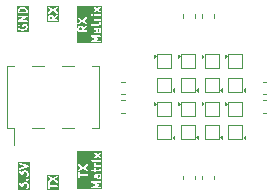
<source format=gbr>
%TF.GenerationSoftware,KiCad,Pcbnew,8.0.4*%
%TF.CreationDate,2024-08-13T13:30:06+02:00*%
%TF.ProjectId,TMP104_Development board,544d5031-3034-45f4-9465-76656c6f706d,rev?*%
%TF.SameCoordinates,Original*%
%TF.FileFunction,Legend,Top*%
%TF.FilePolarity,Positive*%
%FSLAX46Y46*%
G04 Gerber Fmt 4.6, Leading zero omitted, Abs format (unit mm)*
G04 Created by KiCad (PCBNEW 8.0.4) date 2024-08-13 13:30:06*
%MOMM*%
%LPD*%
G01*
G04 APERTURE LIST*
%ADD10C,0.150000*%
%ADD11C,0.100000*%
%ADD12C,0.120000*%
G04 APERTURE END LIST*
D10*
G36*
X123464311Y-111629003D02*
G01*
X122458755Y-111629003D01*
X122458755Y-111077666D01*
X122536533Y-111077666D01*
X122536533Y-111477666D01*
X122537974Y-111492298D01*
X122549173Y-111519334D01*
X122569865Y-111540026D01*
X122596901Y-111551225D01*
X122626165Y-111551225D01*
X122653201Y-111540026D01*
X122673893Y-111519334D01*
X122685092Y-111492298D01*
X122686533Y-111477666D01*
X122686533Y-111352666D01*
X123311533Y-111352666D01*
X123326165Y-111351225D01*
X123353201Y-111340026D01*
X123373893Y-111319334D01*
X123385092Y-111292298D01*
X123385092Y-111263034D01*
X123373893Y-111235998D01*
X123353201Y-111215306D01*
X123326165Y-111204107D01*
X123311533Y-111202666D01*
X122686533Y-111202666D01*
X122686533Y-111077666D01*
X122685092Y-111063034D01*
X122673893Y-111035998D01*
X122653201Y-111015306D01*
X122626165Y-111004107D01*
X122596901Y-111004107D01*
X122569865Y-111015306D01*
X122549173Y-111035998D01*
X122537974Y-111063034D01*
X122536533Y-111077666D01*
X122458755Y-111077666D01*
X122458755Y-110444412D01*
X122536533Y-110444412D01*
X122542272Y-110473106D01*
X122558555Y-110497421D01*
X122569930Y-110506737D01*
X122826324Y-110677666D01*
X122569930Y-110848596D01*
X122558555Y-110857912D01*
X122542272Y-110882227D01*
X122536533Y-110910921D01*
X122542212Y-110939629D01*
X122558445Y-110963978D01*
X122582760Y-110980261D01*
X122611454Y-110986000D01*
X122640162Y-110980321D01*
X122653136Y-110973404D01*
X122961533Y-110767805D01*
X123269930Y-110973403D01*
X123282904Y-110980321D01*
X123311611Y-110986000D01*
X123340306Y-110980261D01*
X123364621Y-110963978D01*
X123380854Y-110939628D01*
X123386533Y-110910921D01*
X123380794Y-110882226D01*
X123364510Y-110857911D01*
X123353135Y-110848596D01*
X123096741Y-110677666D01*
X123353135Y-110506737D01*
X123364510Y-110497422D01*
X123380794Y-110473107D01*
X123386533Y-110444412D01*
X123380854Y-110415705D01*
X123364621Y-110391355D01*
X123340306Y-110375072D01*
X123311611Y-110369333D01*
X123282904Y-110375012D01*
X123269930Y-110381930D01*
X122961533Y-110587527D01*
X122653136Y-110381929D01*
X122640162Y-110375012D01*
X122611454Y-110369333D01*
X122582760Y-110375072D01*
X122558445Y-110391355D01*
X122542212Y-110415704D01*
X122536533Y-110444412D01*
X122458755Y-110444412D01*
X122458755Y-110291555D01*
X123464311Y-110291555D01*
X123464311Y-111629003D01*
G37*
G36*
X122877104Y-96922638D02*
G01*
X122893226Y-96938759D01*
X122913200Y-96978706D01*
X122913200Y-97152667D01*
X122696533Y-97152667D01*
X122696533Y-96978705D01*
X122716505Y-96938761D01*
X122732627Y-96922639D01*
X122772571Y-96902667D01*
X122837161Y-96902667D01*
X122877104Y-96922638D01*
G37*
G36*
X123474311Y-97380445D02*
G01*
X122468755Y-97380445D01*
X122468755Y-96961000D01*
X122546533Y-96961000D01*
X122546533Y-97227667D01*
X122547974Y-97242299D01*
X122559173Y-97269335D01*
X122579865Y-97290027D01*
X122606901Y-97301226D01*
X122621533Y-97302667D01*
X123321533Y-97302667D01*
X123336165Y-97301226D01*
X123363201Y-97290027D01*
X123383893Y-97269335D01*
X123395092Y-97242299D01*
X123395092Y-97213035D01*
X123383893Y-97185999D01*
X123363201Y-97165307D01*
X123336165Y-97154108D01*
X123321533Y-97152667D01*
X123063200Y-97152667D01*
X123063200Y-97100049D01*
X123364543Y-96889109D01*
X123375704Y-96879538D01*
X123391430Y-96854859D01*
X123396516Y-96826042D01*
X123390186Y-96797471D01*
X123373404Y-96773497D01*
X123348726Y-96757770D01*
X123319908Y-96752685D01*
X123291337Y-96759014D01*
X123278524Y-96766224D01*
X123053443Y-96923780D01*
X123021948Y-96860792D01*
X123017984Y-96854495D01*
X123017227Y-96852667D01*
X123015536Y-96850607D01*
X123014115Y-96848349D01*
X123012617Y-96847050D01*
X123007900Y-96841302D01*
X122974567Y-96807968D01*
X122968815Y-96803247D01*
X122967517Y-96801750D01*
X122965261Y-96800330D01*
X122963202Y-96798640D01*
X122961371Y-96797881D01*
X122955074Y-96793918D01*
X122888407Y-96760585D01*
X122874675Y-96755330D01*
X122871987Y-96755139D01*
X122869498Y-96754108D01*
X122854866Y-96752667D01*
X122754866Y-96752667D01*
X122740234Y-96754108D01*
X122737744Y-96755139D01*
X122735057Y-96755330D01*
X122721325Y-96760585D01*
X122654659Y-96793918D01*
X122648359Y-96797882D01*
X122646532Y-96798640D01*
X122644475Y-96800328D01*
X122642216Y-96801750D01*
X122640916Y-96803248D01*
X122635167Y-96807967D01*
X122601833Y-96841301D01*
X122597112Y-96847053D01*
X122595617Y-96848350D01*
X122594197Y-96850604D01*
X122592506Y-96852666D01*
X122591747Y-96854496D01*
X122587784Y-96860793D01*
X122554451Y-96927459D01*
X122549196Y-96941191D01*
X122549005Y-96943878D01*
X122547974Y-96946368D01*
X122546533Y-96961000D01*
X122468755Y-96961000D01*
X122468755Y-96127746D01*
X122546533Y-96127746D01*
X122552272Y-96156440D01*
X122568555Y-96180755D01*
X122579930Y-96190071D01*
X122836324Y-96361000D01*
X122579930Y-96531930D01*
X122568555Y-96541246D01*
X122552272Y-96565561D01*
X122546533Y-96594255D01*
X122552212Y-96622963D01*
X122568445Y-96647312D01*
X122592760Y-96663595D01*
X122621454Y-96669334D01*
X122650162Y-96663655D01*
X122663136Y-96656738D01*
X122971533Y-96451139D01*
X123279930Y-96656737D01*
X123292904Y-96663655D01*
X123321611Y-96669334D01*
X123350306Y-96663595D01*
X123374621Y-96647312D01*
X123390854Y-96622962D01*
X123396533Y-96594255D01*
X123390794Y-96565560D01*
X123374510Y-96541245D01*
X123363135Y-96531930D01*
X123106741Y-96361000D01*
X123363135Y-96190071D01*
X123374510Y-96180756D01*
X123390794Y-96156441D01*
X123396533Y-96127746D01*
X123390854Y-96099039D01*
X123374621Y-96074689D01*
X123350306Y-96058406D01*
X123321611Y-96052667D01*
X123292904Y-96058346D01*
X123279930Y-96065264D01*
X122971533Y-96270861D01*
X122663136Y-96065263D01*
X122650162Y-96058346D01*
X122621454Y-96052667D01*
X122592760Y-96058406D01*
X122568445Y-96074689D01*
X122552212Y-96099038D01*
X122546533Y-96127746D01*
X122468755Y-96127746D01*
X122468755Y-95974889D01*
X123474311Y-95974889D01*
X123474311Y-97380445D01*
G37*
G36*
X120984311Y-111595670D02*
G01*
X119978755Y-111595670D01*
X119978755Y-111010999D01*
X120056533Y-111010999D01*
X120056533Y-111444333D01*
X120057974Y-111458965D01*
X120069173Y-111486001D01*
X120089865Y-111506693D01*
X120116901Y-111517892D01*
X120146165Y-111517892D01*
X120173201Y-111506693D01*
X120193893Y-111486001D01*
X120205092Y-111458965D01*
X120206533Y-111444333D01*
X120206533Y-111176281D01*
X120348812Y-111300776D01*
X120355136Y-111305297D01*
X120356532Y-111306693D01*
X120357855Y-111307241D01*
X120360773Y-111309327D01*
X120372310Y-111313228D01*
X120383568Y-111317892D01*
X120386099Y-111317892D01*
X120388494Y-111318702D01*
X120400647Y-111317892D01*
X120412832Y-111317892D01*
X120415168Y-111316924D01*
X120417692Y-111316756D01*
X120428617Y-111311353D01*
X120439868Y-111306693D01*
X120441654Y-111304906D01*
X120443924Y-111303784D01*
X120451949Y-111294611D01*
X120460560Y-111286001D01*
X120461528Y-111283664D01*
X120463194Y-111281760D01*
X120467095Y-111270222D01*
X120471759Y-111258965D01*
X120472110Y-111255394D01*
X120472569Y-111254039D01*
X120472437Y-111252071D01*
X120473200Y-111244333D01*
X120473200Y-111162037D01*
X120493171Y-111122093D01*
X120509293Y-111105971D01*
X120549238Y-111085999D01*
X120680494Y-111085999D01*
X120720440Y-111105972D01*
X120736561Y-111122093D01*
X120756533Y-111162037D01*
X120756533Y-111326628D01*
X120736561Y-111366572D01*
X120711833Y-111391300D01*
X120702506Y-111402665D01*
X120691307Y-111429702D01*
X120691307Y-111458964D01*
X120702506Y-111486001D01*
X120723198Y-111506693D01*
X120750235Y-111517892D01*
X120779497Y-111517892D01*
X120806534Y-111506693D01*
X120817899Y-111497366D01*
X120851233Y-111464032D01*
X120855951Y-111458282D01*
X120857450Y-111456983D01*
X120858871Y-111454723D01*
X120860560Y-111452667D01*
X120861317Y-111450839D01*
X120865282Y-111444540D01*
X120898615Y-111377874D01*
X120903870Y-111364142D01*
X120904060Y-111361454D01*
X120905092Y-111358965D01*
X120906533Y-111344333D01*
X120906533Y-111144333D01*
X120905092Y-111129701D01*
X120904060Y-111127211D01*
X120903870Y-111124524D01*
X120898615Y-111110793D01*
X120865282Y-111044125D01*
X120861317Y-111037827D01*
X120860560Y-111035998D01*
X120858869Y-111033938D01*
X120857450Y-111031683D01*
X120855953Y-111030385D01*
X120851232Y-111024632D01*
X120817898Y-110991299D01*
X120812146Y-110986578D01*
X120810850Y-110985084D01*
X120808595Y-110983664D01*
X120806533Y-110981972D01*
X120804702Y-110981214D01*
X120798408Y-110977251D01*
X120731742Y-110943917D01*
X120718010Y-110938662D01*
X120715320Y-110938470D01*
X120712832Y-110937440D01*
X120698200Y-110935999D01*
X120531533Y-110935999D01*
X120516901Y-110937440D01*
X120514412Y-110938470D01*
X120511723Y-110938662D01*
X120497991Y-110943917D01*
X120431325Y-110977251D01*
X120425028Y-110981214D01*
X120423198Y-110981973D01*
X120421136Y-110983664D01*
X120418882Y-110985084D01*
X120417585Y-110986579D01*
X120411833Y-110991300D01*
X120378500Y-111024633D01*
X120373781Y-111030382D01*
X120372283Y-111031682D01*
X120370861Y-111033941D01*
X120369173Y-111035998D01*
X120368415Y-111037825D01*
X120364451Y-111044125D01*
X120339748Y-111093530D01*
X120180921Y-110954556D01*
X120174596Y-110950034D01*
X120173201Y-110948639D01*
X120171877Y-110948090D01*
X120168960Y-110946005D01*
X120157422Y-110942103D01*
X120146165Y-110937440D01*
X120143634Y-110937440D01*
X120141239Y-110936630D01*
X120129086Y-110937440D01*
X120116901Y-110937440D01*
X120114564Y-110938407D01*
X120112041Y-110938576D01*
X120101115Y-110943978D01*
X120089865Y-110948639D01*
X120088078Y-110950425D01*
X120085809Y-110951548D01*
X120077783Y-110960720D01*
X120069173Y-110969331D01*
X120068204Y-110971667D01*
X120066539Y-110973572D01*
X120062637Y-110985109D01*
X120057974Y-110996367D01*
X120057622Y-110999937D01*
X120057164Y-111001293D01*
X120057295Y-111003260D01*
X120056533Y-111010999D01*
X119978755Y-111010999D01*
X119978755Y-110696367D01*
X120691307Y-110696367D01*
X120691307Y-110696368D01*
X120691307Y-110696369D01*
X120691307Y-110725632D01*
X120702506Y-110752668D01*
X120711834Y-110764033D01*
X120745168Y-110797366D01*
X120756533Y-110806693D01*
X120772371Y-110813252D01*
X120783569Y-110817891D01*
X120783570Y-110817891D01*
X120812833Y-110817891D01*
X120839869Y-110806692D01*
X120839873Y-110806687D01*
X120851233Y-110797365D01*
X120884566Y-110764032D01*
X120893893Y-110752667D01*
X120902992Y-110730700D01*
X120905092Y-110725631D01*
X120905092Y-110696367D01*
X120893893Y-110669331D01*
X120893892Y-110669330D01*
X120884566Y-110657966D01*
X120851233Y-110624633D01*
X120839873Y-110615310D01*
X120839869Y-110615306D01*
X120812833Y-110604107D01*
X120812831Y-110604107D01*
X120783569Y-110604107D01*
X120772371Y-110608745D01*
X120756533Y-110615305D01*
X120745168Y-110624632D01*
X120711834Y-110657965D01*
X120702506Y-110669330D01*
X120692993Y-110692297D01*
X120691307Y-110696367D01*
X119978755Y-110696367D01*
X119978755Y-110010999D01*
X120056533Y-110010999D01*
X120056533Y-110444333D01*
X120057974Y-110458965D01*
X120069173Y-110486001D01*
X120089865Y-110506693D01*
X120116901Y-110517892D01*
X120146165Y-110517892D01*
X120173201Y-110506693D01*
X120193893Y-110486001D01*
X120205092Y-110458965D01*
X120206533Y-110444333D01*
X120206533Y-110176281D01*
X120348812Y-110300776D01*
X120355136Y-110305297D01*
X120356532Y-110306693D01*
X120357855Y-110307241D01*
X120360773Y-110309327D01*
X120372310Y-110313228D01*
X120383568Y-110317892D01*
X120386099Y-110317892D01*
X120388494Y-110318702D01*
X120400647Y-110317892D01*
X120412832Y-110317892D01*
X120415168Y-110316924D01*
X120417692Y-110316756D01*
X120428617Y-110311353D01*
X120439868Y-110306693D01*
X120441654Y-110304906D01*
X120443924Y-110303784D01*
X120451949Y-110294611D01*
X120460560Y-110286001D01*
X120461528Y-110283664D01*
X120463194Y-110281760D01*
X120467095Y-110270222D01*
X120471759Y-110258965D01*
X120472110Y-110255394D01*
X120472569Y-110254039D01*
X120472437Y-110252071D01*
X120473200Y-110244333D01*
X120473200Y-110162037D01*
X120493171Y-110122093D01*
X120509293Y-110105971D01*
X120549238Y-110085999D01*
X120680494Y-110085999D01*
X120720440Y-110105972D01*
X120736561Y-110122093D01*
X120756533Y-110162037D01*
X120756533Y-110326628D01*
X120736561Y-110366572D01*
X120711833Y-110391300D01*
X120702506Y-110402665D01*
X120691307Y-110429702D01*
X120691307Y-110458964D01*
X120702506Y-110486001D01*
X120723198Y-110506693D01*
X120750235Y-110517892D01*
X120779497Y-110517892D01*
X120806534Y-110506693D01*
X120817899Y-110497366D01*
X120851233Y-110464032D01*
X120855951Y-110458282D01*
X120857450Y-110456983D01*
X120858871Y-110454723D01*
X120860560Y-110452667D01*
X120861317Y-110450839D01*
X120865282Y-110444540D01*
X120898615Y-110377874D01*
X120903870Y-110364142D01*
X120904060Y-110361454D01*
X120905092Y-110358965D01*
X120906533Y-110344333D01*
X120906533Y-110144333D01*
X120905092Y-110129701D01*
X120904060Y-110127211D01*
X120903870Y-110124524D01*
X120898615Y-110110793D01*
X120865282Y-110044125D01*
X120861317Y-110037827D01*
X120860560Y-110035998D01*
X120858869Y-110033938D01*
X120857450Y-110031683D01*
X120855953Y-110030385D01*
X120851232Y-110024632D01*
X120817898Y-109991299D01*
X120812146Y-109986578D01*
X120810850Y-109985084D01*
X120808595Y-109983664D01*
X120806533Y-109981972D01*
X120804702Y-109981214D01*
X120798408Y-109977251D01*
X120731742Y-109943917D01*
X120718010Y-109938662D01*
X120715320Y-109938470D01*
X120712832Y-109937440D01*
X120698200Y-109935999D01*
X120531533Y-109935999D01*
X120516901Y-109937440D01*
X120514412Y-109938470D01*
X120511723Y-109938662D01*
X120497991Y-109943917D01*
X120431325Y-109977251D01*
X120425028Y-109981214D01*
X120423198Y-109981973D01*
X120421136Y-109983664D01*
X120418882Y-109985084D01*
X120417585Y-109986579D01*
X120411833Y-109991300D01*
X120378500Y-110024633D01*
X120373781Y-110030382D01*
X120372283Y-110031682D01*
X120370861Y-110033941D01*
X120369173Y-110035998D01*
X120368415Y-110037825D01*
X120364451Y-110044125D01*
X120339748Y-110093530D01*
X120180921Y-109954556D01*
X120174596Y-109950034D01*
X120173201Y-109948639D01*
X120171877Y-109948090D01*
X120168960Y-109946005D01*
X120157422Y-109942103D01*
X120146165Y-109937440D01*
X120143634Y-109937440D01*
X120141239Y-109936630D01*
X120129086Y-109937440D01*
X120116901Y-109937440D01*
X120114564Y-109938407D01*
X120112041Y-109938576D01*
X120101115Y-109943978D01*
X120089865Y-109948639D01*
X120088078Y-109950425D01*
X120085809Y-109951548D01*
X120077783Y-109960720D01*
X120069173Y-109969331D01*
X120068204Y-109971667D01*
X120066539Y-109973572D01*
X120062637Y-109985109D01*
X120057974Y-109996367D01*
X120057622Y-109999937D01*
X120057164Y-110001293D01*
X120057295Y-110003260D01*
X120056533Y-110010999D01*
X119978755Y-110010999D01*
X119978755Y-109334952D01*
X120057122Y-109334952D01*
X120059197Y-109364142D01*
X120072283Y-109390315D01*
X120094390Y-109409489D01*
X120107816Y-109415483D01*
X120594363Y-109577665D01*
X120107816Y-109739848D01*
X120094390Y-109745842D01*
X120072283Y-109765016D01*
X120059197Y-109791189D01*
X120057122Y-109820379D01*
X120066376Y-109848142D01*
X120085550Y-109870249D01*
X120111723Y-109883335D01*
X120140913Y-109885410D01*
X120155250Y-109882150D01*
X120855250Y-109648817D01*
X120868676Y-109642823D01*
X120872724Y-109639311D01*
X120877516Y-109636916D01*
X120883678Y-109629811D01*
X120890783Y-109623649D01*
X120893179Y-109618856D01*
X120896690Y-109614809D01*
X120899663Y-109605889D01*
X120903870Y-109597476D01*
X120904250Y-109592127D01*
X120905944Y-109587046D01*
X120905277Y-109577673D01*
X120905945Y-109568286D01*
X120904248Y-109563197D01*
X120903869Y-109557856D01*
X120899665Y-109549448D01*
X120896690Y-109540523D01*
X120893178Y-109536474D01*
X120890783Y-109531683D01*
X120883680Y-109525523D01*
X120877517Y-109518416D01*
X120872722Y-109516018D01*
X120868676Y-109512509D01*
X120855250Y-109506515D01*
X120155250Y-109273181D01*
X120140913Y-109269921D01*
X120111723Y-109271996D01*
X120085550Y-109285082D01*
X120066376Y-109307189D01*
X120057122Y-109334952D01*
X119978755Y-109334952D01*
X119978755Y-109192143D01*
X120984311Y-109192143D01*
X120984311Y-111595670D01*
G37*
G36*
X120558689Y-96265097D02*
G01*
X120607106Y-96289306D01*
X120652648Y-96334847D01*
X120676533Y-96406502D01*
X120676533Y-96486000D01*
X120126533Y-96486000D01*
X120126533Y-96406502D01*
X120150417Y-96334847D01*
X120195959Y-96289305D01*
X120244376Y-96265097D01*
X120360767Y-96236000D01*
X120442299Y-96236000D01*
X120558689Y-96265097D01*
G37*
G36*
X120904311Y-98180444D02*
G01*
X119898755Y-98180444D01*
X119898755Y-97694333D01*
X119976533Y-97694333D01*
X119976533Y-97794333D01*
X119977262Y-97801738D01*
X119977122Y-97803713D01*
X119977712Y-97806310D01*
X119977974Y-97808965D01*
X119978732Y-97810796D01*
X119980382Y-97818050D01*
X120013715Y-97918050D01*
X120019709Y-97931475D01*
X120021474Y-97933510D01*
X120022506Y-97936001D01*
X120031833Y-97947366D01*
X120098500Y-98014033D01*
X120104252Y-98018753D01*
X120105550Y-98020250D01*
X120107805Y-98021669D01*
X120109865Y-98023360D01*
X120111694Y-98024117D01*
X120117992Y-98028082D01*
X120184660Y-98061415D01*
X120185727Y-98061823D01*
X120186164Y-98062147D01*
X120192315Y-98064345D01*
X120198391Y-98066670D01*
X120198930Y-98066708D01*
X120200010Y-98067094D01*
X120333343Y-98100427D01*
X120335879Y-98100802D01*
X120336901Y-98101225D01*
X120342413Y-98101767D01*
X120347887Y-98102577D01*
X120348979Y-98102414D01*
X120351533Y-98102666D01*
X120451533Y-98102666D01*
X120454086Y-98102414D01*
X120455178Y-98102577D01*
X120460650Y-98101768D01*
X120466165Y-98101225D01*
X120467186Y-98100801D01*
X120469723Y-98100427D01*
X120603056Y-98067094D01*
X120604135Y-98066708D01*
X120604675Y-98066670D01*
X120610764Y-98064339D01*
X120616901Y-98062147D01*
X120617335Y-98061825D01*
X120618407Y-98061415D01*
X120685074Y-98028082D01*
X120691373Y-98024117D01*
X120693201Y-98023360D01*
X120695257Y-98021671D01*
X120697517Y-98020250D01*
X120698816Y-98018751D01*
X120704566Y-98014033D01*
X120771233Y-97947366D01*
X120780560Y-97936001D01*
X120781591Y-97933510D01*
X120783357Y-97931475D01*
X120789351Y-97918050D01*
X120822684Y-97818050D01*
X120824333Y-97810796D01*
X120825092Y-97808965D01*
X120825353Y-97806310D01*
X120825944Y-97803713D01*
X120825803Y-97801738D01*
X120826533Y-97794333D01*
X120826533Y-97727666D01*
X120825803Y-97720260D01*
X120825944Y-97718286D01*
X120825353Y-97715688D01*
X120825092Y-97713034D01*
X120824333Y-97711202D01*
X120822684Y-97703949D01*
X120789351Y-97603949D01*
X120783357Y-97590524D01*
X120781591Y-97588488D01*
X120780560Y-97585998D01*
X120771232Y-97574632D01*
X120737898Y-97541299D01*
X120726533Y-97531972D01*
X120715334Y-97527333D01*
X120699498Y-97520774D01*
X120684866Y-97519333D01*
X120451533Y-97519333D01*
X120436901Y-97520774D01*
X120409865Y-97531973D01*
X120389173Y-97552665D01*
X120377974Y-97579701D01*
X120376533Y-97594333D01*
X120376533Y-97727666D01*
X120377974Y-97742298D01*
X120389173Y-97769334D01*
X120409865Y-97790026D01*
X120436901Y-97801225D01*
X120466165Y-97801225D01*
X120493201Y-97790026D01*
X120513893Y-97769334D01*
X120525092Y-97742298D01*
X120526533Y-97727666D01*
X120526533Y-97669333D01*
X120653032Y-97669333D01*
X120676533Y-97739835D01*
X120676533Y-97782163D01*
X120652647Y-97853819D01*
X120607105Y-97899361D01*
X120558690Y-97923568D01*
X120442299Y-97952666D01*
X120360767Y-97952666D01*
X120244375Y-97923568D01*
X120195959Y-97899360D01*
X120150418Y-97853819D01*
X120126533Y-97782163D01*
X120126533Y-97712037D01*
X120151948Y-97661206D01*
X120157203Y-97647475D01*
X120159277Y-97618285D01*
X120150023Y-97590523D01*
X120130850Y-97568416D01*
X120104675Y-97555329D01*
X120075485Y-97553255D01*
X120047724Y-97562509D01*
X120025616Y-97581682D01*
X120017784Y-97594125D01*
X119984451Y-97660792D01*
X119979196Y-97674524D01*
X119979005Y-97677211D01*
X119977974Y-97679701D01*
X119976533Y-97694333D01*
X119898755Y-97694333D01*
X119898755Y-97289094D01*
X119976716Y-97289094D01*
X119977974Y-97298990D01*
X119977974Y-97308965D01*
X119979803Y-97313380D01*
X119980406Y-97318124D01*
X119985356Y-97326788D01*
X119989173Y-97336001D01*
X119992551Y-97339379D01*
X119994925Y-97343533D01*
X120002814Y-97349642D01*
X120009865Y-97356693D01*
X120014281Y-97358522D01*
X120018062Y-97361450D01*
X120027685Y-97364074D01*
X120036901Y-97367892D01*
X120044383Y-97368628D01*
X120046294Y-97369150D01*
X120047769Y-97368962D01*
X120051533Y-97369333D01*
X120751533Y-97369333D01*
X120766165Y-97367892D01*
X120793201Y-97356693D01*
X120813893Y-97336001D01*
X120825092Y-97308965D01*
X120825092Y-97279701D01*
X120813893Y-97252665D01*
X120793201Y-97231973D01*
X120766165Y-97220774D01*
X120751533Y-97219333D01*
X120333950Y-97219333D01*
X120788744Y-96959451D01*
X120791827Y-96957261D01*
X120793201Y-96956693D01*
X120794600Y-96955293D01*
X120800733Y-96950940D01*
X120806839Y-96943054D01*
X120813893Y-96936001D01*
X120815723Y-96931582D01*
X120818650Y-96927803D01*
X120821274Y-96918181D01*
X120825092Y-96908965D01*
X120825092Y-96904184D01*
X120826350Y-96899572D01*
X120825092Y-96889675D01*
X120825092Y-96879701D01*
X120823262Y-96875285D01*
X120822660Y-96870542D01*
X120817709Y-96861877D01*
X120813893Y-96852665D01*
X120810514Y-96849286D01*
X120808141Y-96845133D01*
X120800251Y-96839023D01*
X120793201Y-96831973D01*
X120788784Y-96830143D01*
X120785004Y-96827216D01*
X120775380Y-96824591D01*
X120766165Y-96820774D01*
X120758682Y-96820037D01*
X120756772Y-96819516D01*
X120755296Y-96819703D01*
X120751533Y-96819333D01*
X120051533Y-96819333D01*
X120036901Y-96820774D01*
X120009865Y-96831973D01*
X119989173Y-96852665D01*
X119977974Y-96879701D01*
X119977974Y-96908965D01*
X119989173Y-96936001D01*
X120009865Y-96956693D01*
X120036901Y-96967892D01*
X120051533Y-96969333D01*
X120469117Y-96969333D01*
X120014323Y-97229215D01*
X120011239Y-97231403D01*
X120009865Y-97231973D01*
X120008465Y-97233372D01*
X120002333Y-97237725D01*
X119996223Y-97245614D01*
X119989173Y-97252665D01*
X119987343Y-97257081D01*
X119984416Y-97260862D01*
X119981791Y-97270485D01*
X119977974Y-97279701D01*
X119977974Y-97284481D01*
X119976716Y-97289094D01*
X119898755Y-97289094D01*
X119898755Y-96394333D01*
X119976533Y-96394333D01*
X119976533Y-96561000D01*
X119977974Y-96575632D01*
X119989173Y-96602668D01*
X120009865Y-96623360D01*
X120036901Y-96634559D01*
X120051533Y-96636000D01*
X120751533Y-96636000D01*
X120766165Y-96634559D01*
X120793201Y-96623360D01*
X120813893Y-96602668D01*
X120825092Y-96575632D01*
X120826533Y-96561000D01*
X120826533Y-96394333D01*
X120825803Y-96386927D01*
X120825944Y-96384953D01*
X120825353Y-96382355D01*
X120825092Y-96379701D01*
X120824333Y-96377869D01*
X120822684Y-96370616D01*
X120789351Y-96270616D01*
X120783357Y-96257191D01*
X120781591Y-96255155D01*
X120780560Y-96252665D01*
X120771233Y-96241300D01*
X120704566Y-96174634D01*
X120698813Y-96169913D01*
X120697517Y-96168418D01*
X120695262Y-96166999D01*
X120693200Y-96165306D01*
X120691368Y-96164547D01*
X120685074Y-96160585D01*
X120618407Y-96127251D01*
X120617335Y-96126840D01*
X120616901Y-96126519D01*
X120610772Y-96124329D01*
X120604676Y-96121996D01*
X120604135Y-96121957D01*
X120603056Y-96121572D01*
X120469723Y-96088239D01*
X120467186Y-96087864D01*
X120466165Y-96087441D01*
X120460650Y-96086897D01*
X120455178Y-96086089D01*
X120454086Y-96086251D01*
X120451533Y-96086000D01*
X120351533Y-96086000D01*
X120348979Y-96086251D01*
X120347887Y-96086089D01*
X120342413Y-96086898D01*
X120336901Y-96087441D01*
X120335879Y-96087863D01*
X120333343Y-96088239D01*
X120200010Y-96121572D01*
X120198930Y-96121957D01*
X120198390Y-96121996D01*
X120192294Y-96124328D01*
X120186164Y-96126519D01*
X120185729Y-96126840D01*
X120184658Y-96127251D01*
X120117992Y-96160585D01*
X120111697Y-96164547D01*
X120109866Y-96165306D01*
X120107802Y-96166999D01*
X120105549Y-96168418D01*
X120104252Y-96169912D01*
X120098501Y-96174633D01*
X120031833Y-96241300D01*
X120022506Y-96252665D01*
X120021474Y-96255155D01*
X120019709Y-96257191D01*
X120013715Y-96270616D01*
X119980382Y-96370616D01*
X119978732Y-96377869D01*
X119977974Y-96379701D01*
X119977712Y-96382355D01*
X119977122Y-96384953D01*
X119977262Y-96386927D01*
X119976533Y-96394333D01*
X119898755Y-96394333D01*
X119898755Y-96008222D01*
X120904311Y-96008222D01*
X120904311Y-98180444D01*
G37*
G36*
X126916533Y-110362037D02*
G01*
X126916533Y-110493294D01*
X126902298Y-110521764D01*
X126873828Y-110535999D01*
X126842571Y-110535999D01*
X126814101Y-110521764D01*
X126799866Y-110493293D01*
X126799866Y-110352666D01*
X126911847Y-110352666D01*
X126916533Y-110362037D01*
G37*
G36*
X127144311Y-111530444D02*
G01*
X125011795Y-111530444D01*
X125011795Y-110922387D01*
X126217403Y-110922387D01*
X126217974Y-110923957D01*
X126217974Y-110925631D01*
X126222955Y-110937657D01*
X126227403Y-110949888D01*
X126228532Y-110951121D01*
X126229173Y-110952667D01*
X126238378Y-110961872D01*
X126247167Y-110971469D01*
X126249149Y-110972643D01*
X126249865Y-110973359D01*
X126251501Y-110974037D01*
X126259817Y-110978963D01*
X126614179Y-111144333D01*
X126259817Y-111309702D01*
X126251501Y-111314627D01*
X126249865Y-111315306D01*
X126249149Y-111316021D01*
X126247167Y-111317196D01*
X126238378Y-111326792D01*
X126229173Y-111335998D01*
X126228532Y-111337543D01*
X126227403Y-111338777D01*
X126222955Y-111351007D01*
X126217974Y-111363034D01*
X126217974Y-111364707D01*
X126217403Y-111366278D01*
X126217974Y-111379279D01*
X126217974Y-111392298D01*
X126218613Y-111393842D01*
X126218687Y-111395514D01*
X126224193Y-111407312D01*
X126229173Y-111419334D01*
X126230355Y-111420516D01*
X126231063Y-111422032D01*
X126240659Y-111430820D01*
X126249865Y-111440026D01*
X126251410Y-111440666D01*
X126252644Y-111441796D01*
X126264874Y-111446243D01*
X126276901Y-111451225D01*
X126279196Y-111451451D01*
X126280145Y-111451796D01*
X126281911Y-111451718D01*
X126291533Y-111452666D01*
X126991533Y-111452666D01*
X127006165Y-111451225D01*
X127033201Y-111440026D01*
X127053893Y-111419334D01*
X127065092Y-111392298D01*
X127065092Y-111363034D01*
X127053893Y-111335998D01*
X127033201Y-111315306D01*
X127006165Y-111304107D01*
X126991533Y-111302666D01*
X126629601Y-111302666D01*
X126823250Y-111212297D01*
X126828609Y-111209122D01*
X126830422Y-111208463D01*
X126831704Y-111207288D01*
X126835900Y-111204803D01*
X126843600Y-111196393D01*
X126852003Y-111188699D01*
X126853411Y-111185680D01*
X126855663Y-111183222D01*
X126859560Y-111172503D01*
X126864378Y-111162181D01*
X126864524Y-111158855D01*
X126865664Y-111155721D01*
X126865162Y-111144321D01*
X126865663Y-111132945D01*
X126864525Y-111129816D01*
X126864379Y-111126485D01*
X126859555Y-111116149D01*
X126855663Y-111105444D01*
X126853413Y-111102988D01*
X126852004Y-111099967D01*
X126843593Y-111092265D01*
X126835899Y-111083863D01*
X126831706Y-111081379D01*
X126830422Y-111080203D01*
X126828606Y-111079542D01*
X126823249Y-111076369D01*
X126629600Y-110985999D01*
X126991533Y-110985999D01*
X127006165Y-110984558D01*
X127033201Y-110973359D01*
X127053893Y-110952667D01*
X127065092Y-110925631D01*
X127065092Y-110896367D01*
X127053893Y-110869331D01*
X127033201Y-110848639D01*
X127006165Y-110837440D01*
X126991533Y-110835999D01*
X126291533Y-110835999D01*
X126281911Y-110836946D01*
X126280145Y-110836869D01*
X126279196Y-110837213D01*
X126276901Y-110837440D01*
X126264874Y-110842421D01*
X126252644Y-110846869D01*
X126251410Y-110847998D01*
X126249865Y-110848639D01*
X126240659Y-110857844D01*
X126231063Y-110866633D01*
X126230355Y-110868148D01*
X126229173Y-110869331D01*
X126224193Y-110881352D01*
X126218687Y-110893151D01*
X126218613Y-110894822D01*
X126217974Y-110896367D01*
X126217974Y-110909385D01*
X126217403Y-110922387D01*
X125011795Y-110922387D01*
X125011795Y-110094333D01*
X125089573Y-110094333D01*
X125089573Y-110494333D01*
X125091014Y-110508965D01*
X125102213Y-110536001D01*
X125122905Y-110556693D01*
X125149941Y-110567892D01*
X125179205Y-110567892D01*
X125206241Y-110556693D01*
X125226933Y-110536001D01*
X125238132Y-110508965D01*
X125239573Y-110494333D01*
X125239573Y-110377666D01*
X126449866Y-110377666D01*
X126449866Y-110510999D01*
X126451307Y-110525631D01*
X126452337Y-110528119D01*
X126452529Y-110530809D01*
X126457784Y-110544540D01*
X126491118Y-110611207D01*
X126498951Y-110623650D01*
X126521058Y-110642823D01*
X126548820Y-110652077D01*
X126578010Y-110650003D01*
X126604184Y-110636915D01*
X126623357Y-110614807D01*
X126632611Y-110587046D01*
X126630537Y-110557856D01*
X126625282Y-110544124D01*
X126599866Y-110493293D01*
X126599866Y-110395371D01*
X126614101Y-110366900D01*
X126642571Y-110352666D01*
X126645180Y-110352666D01*
X126649866Y-110362037D01*
X126649866Y-110510999D01*
X126651307Y-110525631D01*
X126652337Y-110528119D01*
X126652529Y-110530809D01*
X126657784Y-110544540D01*
X126691118Y-110611207D01*
X126692658Y-110613653D01*
X126693043Y-110614808D01*
X126694290Y-110616246D01*
X126698951Y-110623650D01*
X126706052Y-110629809D01*
X126712216Y-110636916D01*
X126719621Y-110641577D01*
X126721058Y-110642823D01*
X126722211Y-110643207D01*
X126724659Y-110644748D01*
X126791325Y-110678081D01*
X126805057Y-110683336D01*
X126807744Y-110683526D01*
X126810234Y-110684558D01*
X126824866Y-110685999D01*
X126891533Y-110685999D01*
X126906165Y-110684558D01*
X126908654Y-110683526D01*
X126911342Y-110683336D01*
X126925074Y-110678081D01*
X126991741Y-110644748D01*
X126994188Y-110643207D01*
X126995342Y-110642823D01*
X126996778Y-110641577D01*
X127004184Y-110636916D01*
X127010347Y-110629808D01*
X127017450Y-110623649D01*
X127022110Y-110616245D01*
X127023357Y-110614808D01*
X127023741Y-110613653D01*
X127025282Y-110611207D01*
X127058615Y-110544539D01*
X127063870Y-110530808D01*
X127064060Y-110528120D01*
X127065092Y-110525631D01*
X127066533Y-110510999D01*
X127066533Y-110344333D01*
X127065092Y-110329701D01*
X127064060Y-110327211D01*
X127063870Y-110324524D01*
X127058615Y-110310793D01*
X127057967Y-110309497D01*
X127065092Y-110292298D01*
X127065092Y-110263034D01*
X127053893Y-110235998D01*
X127033201Y-110215306D01*
X127006165Y-110204107D01*
X126991533Y-110202666D01*
X126624866Y-110202666D01*
X126610234Y-110204107D01*
X126607744Y-110205138D01*
X126605057Y-110205329D01*
X126591325Y-110210584D01*
X126524659Y-110243917D01*
X126522211Y-110245457D01*
X126521058Y-110245842D01*
X126519621Y-110247087D01*
X126512216Y-110251749D01*
X126506052Y-110258855D01*
X126498951Y-110265015D01*
X126494290Y-110272418D01*
X126493043Y-110273857D01*
X126492658Y-110275011D01*
X126491118Y-110277458D01*
X126457784Y-110344125D01*
X126452529Y-110357856D01*
X126452337Y-110360545D01*
X126451307Y-110363034D01*
X126449866Y-110377666D01*
X125239573Y-110377666D01*
X125239573Y-110369333D01*
X125864573Y-110369333D01*
X125879205Y-110367892D01*
X125906241Y-110356693D01*
X125926933Y-110336001D01*
X125938132Y-110308965D01*
X125938132Y-110279701D01*
X125926933Y-110252665D01*
X125906241Y-110231973D01*
X125879205Y-110220774D01*
X125864573Y-110219333D01*
X125239573Y-110219333D01*
X125239573Y-110094333D01*
X125238132Y-110079701D01*
X125226933Y-110052665D01*
X125206241Y-110031973D01*
X125179205Y-110020774D01*
X125149941Y-110020774D01*
X125122905Y-110031973D01*
X125102213Y-110052665D01*
X125091014Y-110079701D01*
X125089573Y-110094333D01*
X125011795Y-110094333D01*
X125011795Y-109461079D01*
X125089573Y-109461079D01*
X125095312Y-109489773D01*
X125111595Y-109514088D01*
X125122970Y-109523404D01*
X125379364Y-109694333D01*
X125122970Y-109865263D01*
X125111595Y-109874579D01*
X125095312Y-109898894D01*
X125089573Y-109927588D01*
X125095252Y-109956296D01*
X125111485Y-109980645D01*
X125135800Y-109996928D01*
X125164494Y-110002667D01*
X125193202Y-109996988D01*
X125206176Y-109990071D01*
X125514573Y-109784472D01*
X125822970Y-109990070D01*
X125835944Y-109996988D01*
X125864651Y-110002667D01*
X125893346Y-109996928D01*
X125917661Y-109980645D01*
X125933894Y-109956295D01*
X125939155Y-109929701D01*
X126217974Y-109929701D01*
X126217974Y-109958965D01*
X126229173Y-109986001D01*
X126249865Y-110006693D01*
X126276901Y-110017892D01*
X126291533Y-110019333D01*
X126449866Y-110019333D01*
X126449866Y-110044333D01*
X126451307Y-110058965D01*
X126462506Y-110086001D01*
X126483198Y-110106693D01*
X126510234Y-110117892D01*
X126539498Y-110117892D01*
X126566534Y-110106693D01*
X126587226Y-110086001D01*
X126598425Y-110058965D01*
X126599866Y-110044333D01*
X126599866Y-110019333D01*
X126891533Y-110019333D01*
X126906165Y-110017892D01*
X126908654Y-110016860D01*
X126911342Y-110016670D01*
X126925074Y-110011415D01*
X126991741Y-109978082D01*
X126994188Y-109976541D01*
X126995342Y-109976157D01*
X126996778Y-109974911D01*
X127004184Y-109970250D01*
X127010347Y-109963142D01*
X127017450Y-109956983D01*
X127022110Y-109949579D01*
X127023357Y-109948142D01*
X127023741Y-109946987D01*
X127025282Y-109944541D01*
X127058615Y-109877873D01*
X127063870Y-109864142D01*
X127064060Y-109861454D01*
X127065092Y-109858965D01*
X127066533Y-109844333D01*
X127066533Y-109777666D01*
X127065092Y-109763034D01*
X127053893Y-109735998D01*
X127033201Y-109715306D01*
X127006165Y-109704107D01*
X126976901Y-109704107D01*
X126949865Y-109715306D01*
X126929173Y-109735998D01*
X126917974Y-109763034D01*
X126916533Y-109777666D01*
X126916533Y-109826628D01*
X126902298Y-109855098D01*
X126873828Y-109869333D01*
X126599866Y-109869333D01*
X126599866Y-109777666D01*
X126598425Y-109763034D01*
X126587226Y-109735998D01*
X126566534Y-109715306D01*
X126539498Y-109704107D01*
X126510234Y-109704107D01*
X126483198Y-109715306D01*
X126462506Y-109735998D01*
X126451307Y-109763034D01*
X126449866Y-109777666D01*
X126449866Y-109869333D01*
X126291533Y-109869333D01*
X126276901Y-109870774D01*
X126249865Y-109881973D01*
X126229173Y-109902665D01*
X126217974Y-109929701D01*
X125939155Y-109929701D01*
X125939573Y-109927588D01*
X125933834Y-109898893D01*
X125917550Y-109874578D01*
X125906175Y-109865263D01*
X125649781Y-109694333D01*
X125906175Y-109523404D01*
X125917550Y-109514089D01*
X125933834Y-109489774D01*
X125939573Y-109461079D01*
X125933894Y-109432372D01*
X125917661Y-109408022D01*
X125893346Y-109391739D01*
X125864651Y-109386000D01*
X125835944Y-109391679D01*
X125822970Y-109398597D01*
X125514573Y-109604194D01*
X125206176Y-109398596D01*
X125193202Y-109391679D01*
X125164494Y-109386000D01*
X125135800Y-109391739D01*
X125111485Y-109408022D01*
X125095252Y-109432371D01*
X125089573Y-109461079D01*
X125011795Y-109461079D01*
X125011795Y-109344333D01*
X126449866Y-109344333D01*
X126449866Y-109411000D01*
X126451307Y-109425632D01*
X126452337Y-109428120D01*
X126452529Y-109430810D01*
X126457784Y-109444542D01*
X126478732Y-109486438D01*
X126462506Y-109502665D01*
X126451307Y-109529701D01*
X126451307Y-109558965D01*
X126462506Y-109586001D01*
X126483198Y-109606693D01*
X126510234Y-109617892D01*
X126524866Y-109619333D01*
X126991533Y-109619333D01*
X127006165Y-109617892D01*
X127033201Y-109606693D01*
X127053893Y-109586001D01*
X127065092Y-109558965D01*
X127065092Y-109529701D01*
X127053893Y-109502665D01*
X127033201Y-109481973D01*
X127006165Y-109470774D01*
X126991533Y-109469333D01*
X126675905Y-109469333D01*
X126635960Y-109449361D01*
X126619839Y-109433240D01*
X126599866Y-109393293D01*
X126599866Y-109344333D01*
X126598425Y-109329701D01*
X126587226Y-109302665D01*
X126566534Y-109281973D01*
X126539498Y-109270774D01*
X126510234Y-109270774D01*
X126483198Y-109281973D01*
X126462506Y-109302665D01*
X126451307Y-109329701D01*
X126449866Y-109344333D01*
X125011795Y-109344333D01*
X125011795Y-109096368D01*
X126217974Y-109096368D01*
X126217974Y-109125632D01*
X126220074Y-109130701D01*
X126229173Y-109152668D01*
X126238500Y-109164033D01*
X126271833Y-109197366D01*
X126283192Y-109206688D01*
X126283197Y-109206693D01*
X126310233Y-109217892D01*
X126310235Y-109217892D01*
X126339497Y-109217892D01*
X126350695Y-109213253D01*
X126366533Y-109206694D01*
X126377898Y-109197367D01*
X126411232Y-109164034D01*
X126420560Y-109152668D01*
X126420559Y-109152668D01*
X126420561Y-109152667D01*
X126429659Y-109130701D01*
X126431759Y-109125632D01*
X126431759Y-109096369D01*
X126431759Y-109096368D01*
X126451307Y-109096368D01*
X126451307Y-109125632D01*
X126462506Y-109152668D01*
X126483198Y-109173360D01*
X126510234Y-109184559D01*
X126524866Y-109186000D01*
X126991533Y-109186000D01*
X127006165Y-109184559D01*
X127033201Y-109173360D01*
X127053893Y-109152668D01*
X127065092Y-109125632D01*
X127065092Y-109096368D01*
X127053893Y-109069332D01*
X127033201Y-109048640D01*
X127006165Y-109037441D01*
X126991533Y-109036000D01*
X126524866Y-109036000D01*
X126510234Y-109037441D01*
X126483198Y-109048640D01*
X126462506Y-109069332D01*
X126451307Y-109096368D01*
X126431759Y-109096368D01*
X126429659Y-109091300D01*
X126427120Y-109085170D01*
X126420561Y-109069333D01*
X126420559Y-109069331D01*
X126411232Y-109057966D01*
X126377898Y-109024633D01*
X126366533Y-109015306D01*
X126350695Y-109008746D01*
X126339497Y-109004108D01*
X126339496Y-109004108D01*
X126310233Y-109004108D01*
X126283197Y-109015307D01*
X126283192Y-109015311D01*
X126271833Y-109024634D01*
X126238500Y-109057967D01*
X126229173Y-109069332D01*
X126217974Y-109096368D01*
X125011795Y-109096368D01*
X125011795Y-108471904D01*
X126450088Y-108471904D01*
X126453574Y-108500958D01*
X126467914Y-108526468D01*
X126478529Y-108536641D01*
X126636805Y-108661000D01*
X126478529Y-108785360D01*
X126467914Y-108795533D01*
X126453574Y-108821043D01*
X126450088Y-108850097D01*
X126457985Y-108878275D01*
X126476065Y-108901286D01*
X126501575Y-108915626D01*
X126530629Y-108919112D01*
X126558807Y-108911215D01*
X126571203Y-108903308D01*
X126758199Y-108756381D01*
X126945197Y-108903308D01*
X126957592Y-108911215D01*
X126985770Y-108919112D01*
X127014825Y-108915626D01*
X127040334Y-108901286D01*
X127058414Y-108878275D01*
X127066312Y-108850097D01*
X127062825Y-108821043D01*
X127048485Y-108795533D01*
X127037870Y-108785360D01*
X126879594Y-108661000D01*
X127037870Y-108536641D01*
X127048485Y-108526468D01*
X127062825Y-108500958D01*
X127066312Y-108471904D01*
X127058414Y-108443726D01*
X127040334Y-108420715D01*
X127014825Y-108406375D01*
X126985770Y-108402889D01*
X126957592Y-108410786D01*
X126945197Y-108418693D01*
X126758199Y-108565619D01*
X126571203Y-108418693D01*
X126558807Y-108410786D01*
X126530629Y-108402889D01*
X126501575Y-108406375D01*
X126476065Y-108420715D01*
X126457985Y-108443726D01*
X126450088Y-108471904D01*
X125011795Y-108471904D01*
X125011795Y-108325111D01*
X127144311Y-108325111D01*
X127144311Y-111530444D01*
G37*
G36*
X126866533Y-98012037D02*
G01*
X126866533Y-98143294D01*
X126852298Y-98171764D01*
X126823828Y-98185999D01*
X126792571Y-98185999D01*
X126764101Y-98171764D01*
X126749866Y-98143293D01*
X126749866Y-98002666D01*
X126861847Y-98002666D01*
X126866533Y-98012037D01*
G37*
G36*
X125370144Y-97822637D02*
G01*
X125386266Y-97838758D01*
X125406240Y-97878705D01*
X125406240Y-98052666D01*
X125189573Y-98052666D01*
X125189573Y-97878704D01*
X125209545Y-97838760D01*
X125225667Y-97822638D01*
X125265611Y-97802666D01*
X125330201Y-97802666D01*
X125370144Y-97822637D01*
G37*
G36*
X127094311Y-99180444D02*
G01*
X124961795Y-99180444D01*
X124961795Y-98572387D01*
X126167403Y-98572387D01*
X126167974Y-98573957D01*
X126167974Y-98575631D01*
X126172955Y-98587657D01*
X126177403Y-98599888D01*
X126178532Y-98601121D01*
X126179173Y-98602667D01*
X126188378Y-98611872D01*
X126197167Y-98621469D01*
X126199149Y-98622643D01*
X126199865Y-98623359D01*
X126201501Y-98624037D01*
X126209817Y-98628963D01*
X126564179Y-98794333D01*
X126209817Y-98959702D01*
X126201501Y-98964627D01*
X126199865Y-98965306D01*
X126199149Y-98966021D01*
X126197167Y-98967196D01*
X126188378Y-98976792D01*
X126179173Y-98985998D01*
X126178532Y-98987543D01*
X126177403Y-98988777D01*
X126172955Y-99001007D01*
X126167974Y-99013034D01*
X126167974Y-99014707D01*
X126167403Y-99016278D01*
X126167974Y-99029279D01*
X126167974Y-99042298D01*
X126168613Y-99043842D01*
X126168687Y-99045514D01*
X126174193Y-99057312D01*
X126179173Y-99069334D01*
X126180355Y-99070516D01*
X126181063Y-99072032D01*
X126190659Y-99080820D01*
X126199865Y-99090026D01*
X126201410Y-99090666D01*
X126202644Y-99091796D01*
X126214874Y-99096243D01*
X126226901Y-99101225D01*
X126229196Y-99101451D01*
X126230145Y-99101796D01*
X126231911Y-99101718D01*
X126241533Y-99102666D01*
X126941533Y-99102666D01*
X126956165Y-99101225D01*
X126983201Y-99090026D01*
X127003893Y-99069334D01*
X127015092Y-99042298D01*
X127015092Y-99013034D01*
X127003893Y-98985998D01*
X126983201Y-98965306D01*
X126956165Y-98954107D01*
X126941533Y-98952666D01*
X126579601Y-98952666D01*
X126773250Y-98862297D01*
X126778609Y-98859122D01*
X126780422Y-98858463D01*
X126781704Y-98857288D01*
X126785900Y-98854803D01*
X126793600Y-98846393D01*
X126802003Y-98838699D01*
X126803411Y-98835680D01*
X126805663Y-98833222D01*
X126809560Y-98822503D01*
X126814378Y-98812181D01*
X126814524Y-98808855D01*
X126815664Y-98805721D01*
X126815162Y-98794321D01*
X126815663Y-98782945D01*
X126814525Y-98779816D01*
X126814379Y-98776485D01*
X126809555Y-98766149D01*
X126805663Y-98755444D01*
X126803413Y-98752988D01*
X126802004Y-98749967D01*
X126793593Y-98742265D01*
X126785899Y-98733863D01*
X126781706Y-98731379D01*
X126780422Y-98730203D01*
X126778606Y-98729542D01*
X126773249Y-98726369D01*
X126579600Y-98635999D01*
X126941533Y-98635999D01*
X126956165Y-98634558D01*
X126983201Y-98623359D01*
X127003893Y-98602667D01*
X127015092Y-98575631D01*
X127015092Y-98546367D01*
X127003893Y-98519331D01*
X126983201Y-98498639D01*
X126956165Y-98487440D01*
X126941533Y-98485999D01*
X126241533Y-98485999D01*
X126231911Y-98486946D01*
X126230145Y-98486869D01*
X126229196Y-98487213D01*
X126226901Y-98487440D01*
X126214874Y-98492421D01*
X126202644Y-98496869D01*
X126201410Y-98497998D01*
X126199865Y-98498639D01*
X126190659Y-98507844D01*
X126181063Y-98516633D01*
X126180355Y-98518148D01*
X126179173Y-98519331D01*
X126174193Y-98531352D01*
X126168687Y-98543151D01*
X126168613Y-98544822D01*
X126167974Y-98546367D01*
X126167974Y-98559385D01*
X126167403Y-98572387D01*
X124961795Y-98572387D01*
X124961795Y-97860999D01*
X125039573Y-97860999D01*
X125039573Y-98127666D01*
X125041014Y-98142298D01*
X125052213Y-98169334D01*
X125072905Y-98190026D01*
X125099941Y-98201225D01*
X125114573Y-98202666D01*
X125814573Y-98202666D01*
X125829205Y-98201225D01*
X125856241Y-98190026D01*
X125876933Y-98169334D01*
X125888132Y-98142298D01*
X125888132Y-98113034D01*
X125876933Y-98085998D01*
X125856241Y-98065306D01*
X125829205Y-98054107D01*
X125814573Y-98052666D01*
X125556240Y-98052666D01*
X125556240Y-98027666D01*
X126399866Y-98027666D01*
X126399866Y-98160999D01*
X126401307Y-98175631D01*
X126402337Y-98178119D01*
X126402529Y-98180809D01*
X126407784Y-98194540D01*
X126441118Y-98261207D01*
X126448951Y-98273650D01*
X126471058Y-98292823D01*
X126498820Y-98302077D01*
X126528010Y-98300003D01*
X126554184Y-98286915D01*
X126573357Y-98264807D01*
X126582611Y-98237046D01*
X126580537Y-98207856D01*
X126575282Y-98194124D01*
X126549866Y-98143293D01*
X126549866Y-98045371D01*
X126564101Y-98016900D01*
X126592571Y-98002666D01*
X126595180Y-98002666D01*
X126599866Y-98012037D01*
X126599866Y-98160999D01*
X126601307Y-98175631D01*
X126602337Y-98178119D01*
X126602529Y-98180809D01*
X126607784Y-98194540D01*
X126641118Y-98261207D01*
X126642658Y-98263653D01*
X126643043Y-98264808D01*
X126644290Y-98266246D01*
X126648951Y-98273650D01*
X126656052Y-98279809D01*
X126662216Y-98286916D01*
X126669621Y-98291577D01*
X126671058Y-98292823D01*
X126672211Y-98293207D01*
X126674659Y-98294748D01*
X126741325Y-98328081D01*
X126755057Y-98333336D01*
X126757744Y-98333526D01*
X126760234Y-98334558D01*
X126774866Y-98335999D01*
X126841533Y-98335999D01*
X126856165Y-98334558D01*
X126858654Y-98333526D01*
X126861342Y-98333336D01*
X126875074Y-98328081D01*
X126941741Y-98294748D01*
X126944188Y-98293207D01*
X126945342Y-98292823D01*
X126946778Y-98291577D01*
X126954184Y-98286916D01*
X126960347Y-98279808D01*
X126967450Y-98273649D01*
X126972110Y-98266245D01*
X126973357Y-98264808D01*
X126973741Y-98263653D01*
X126975282Y-98261207D01*
X127008615Y-98194539D01*
X127013870Y-98180808D01*
X127014060Y-98178120D01*
X127015092Y-98175631D01*
X127016533Y-98160999D01*
X127016533Y-97994333D01*
X127015092Y-97979701D01*
X127014060Y-97977211D01*
X127013870Y-97974524D01*
X127008615Y-97960793D01*
X127007967Y-97959497D01*
X127015092Y-97942298D01*
X127015092Y-97913034D01*
X127003893Y-97885998D01*
X126983201Y-97865306D01*
X126956165Y-97854107D01*
X126941533Y-97852666D01*
X126574866Y-97852666D01*
X126560234Y-97854107D01*
X126557744Y-97855138D01*
X126555057Y-97855329D01*
X126541325Y-97860584D01*
X126474659Y-97893917D01*
X126472211Y-97895457D01*
X126471058Y-97895842D01*
X126469621Y-97897087D01*
X126462216Y-97901749D01*
X126456052Y-97908855D01*
X126448951Y-97915015D01*
X126444290Y-97922418D01*
X126443043Y-97923857D01*
X126442658Y-97925011D01*
X126441118Y-97927458D01*
X126407784Y-97994125D01*
X126402529Y-98007856D01*
X126402337Y-98010545D01*
X126401307Y-98013034D01*
X126399866Y-98027666D01*
X125556240Y-98027666D01*
X125556240Y-98000048D01*
X125857583Y-97789108D01*
X125868744Y-97779537D01*
X125884470Y-97754858D01*
X125889556Y-97726041D01*
X125883226Y-97697470D01*
X125866444Y-97673496D01*
X125841766Y-97657769D01*
X125812948Y-97652684D01*
X125784377Y-97659013D01*
X125771564Y-97666223D01*
X125546483Y-97823779D01*
X125514988Y-97760791D01*
X125511024Y-97754494D01*
X125510267Y-97752666D01*
X125508576Y-97750606D01*
X125507155Y-97748348D01*
X125505657Y-97747049D01*
X125500940Y-97741301D01*
X125467607Y-97707967D01*
X125461855Y-97703246D01*
X125460557Y-97701749D01*
X125458301Y-97700329D01*
X125456242Y-97698639D01*
X125454411Y-97697880D01*
X125448114Y-97693917D01*
X125381447Y-97660584D01*
X125367715Y-97655329D01*
X125365027Y-97655138D01*
X125362538Y-97654107D01*
X125347906Y-97652666D01*
X125247906Y-97652666D01*
X125233274Y-97654107D01*
X125230784Y-97655138D01*
X125228097Y-97655329D01*
X125214365Y-97660584D01*
X125147699Y-97693917D01*
X125141399Y-97697881D01*
X125139572Y-97698639D01*
X125137515Y-97700327D01*
X125135256Y-97701749D01*
X125133956Y-97703247D01*
X125128207Y-97707966D01*
X125094873Y-97741300D01*
X125090152Y-97747052D01*
X125088657Y-97748349D01*
X125087237Y-97750603D01*
X125085546Y-97752665D01*
X125084787Y-97754495D01*
X125080824Y-97760792D01*
X125047491Y-97827458D01*
X125042236Y-97841190D01*
X125042045Y-97843877D01*
X125041014Y-97846367D01*
X125039573Y-97860999D01*
X124961795Y-97860999D01*
X124961795Y-97579701D01*
X126167974Y-97579701D01*
X126167974Y-97608965D01*
X126179173Y-97636001D01*
X126199865Y-97656693D01*
X126226901Y-97667892D01*
X126241533Y-97669333D01*
X126399866Y-97669333D01*
X126399866Y-97694333D01*
X126401307Y-97708965D01*
X126412506Y-97736001D01*
X126433198Y-97756693D01*
X126460234Y-97767892D01*
X126489498Y-97767892D01*
X126516534Y-97756693D01*
X126537226Y-97736001D01*
X126548425Y-97708965D01*
X126549866Y-97694333D01*
X126549866Y-97669333D01*
X126841533Y-97669333D01*
X126856165Y-97667892D01*
X126858654Y-97666860D01*
X126861342Y-97666670D01*
X126875074Y-97661415D01*
X126941741Y-97628082D01*
X126944188Y-97626541D01*
X126945342Y-97626157D01*
X126946778Y-97624911D01*
X126954184Y-97620250D01*
X126960347Y-97613142D01*
X126967450Y-97606983D01*
X126972110Y-97599579D01*
X126973357Y-97598142D01*
X126973741Y-97596987D01*
X126975282Y-97594541D01*
X127008615Y-97527873D01*
X127013870Y-97514142D01*
X127014060Y-97511454D01*
X127015092Y-97508965D01*
X127016533Y-97494333D01*
X127016533Y-97427666D01*
X127015092Y-97413034D01*
X127003893Y-97385998D01*
X126983201Y-97365306D01*
X126956165Y-97354107D01*
X126926901Y-97354107D01*
X126899865Y-97365306D01*
X126879173Y-97385998D01*
X126867974Y-97413034D01*
X126866533Y-97427666D01*
X126866533Y-97476628D01*
X126852298Y-97505098D01*
X126823828Y-97519333D01*
X126549866Y-97519333D01*
X126549866Y-97427666D01*
X126548425Y-97413034D01*
X126537226Y-97385998D01*
X126516534Y-97365306D01*
X126489498Y-97354107D01*
X126460234Y-97354107D01*
X126433198Y-97365306D01*
X126412506Y-97385998D01*
X126401307Y-97413034D01*
X126399866Y-97427666D01*
X126399866Y-97519333D01*
X126241533Y-97519333D01*
X126226901Y-97520774D01*
X126199865Y-97531973D01*
X126179173Y-97552665D01*
X126167974Y-97579701D01*
X124961795Y-97579701D01*
X124961795Y-97027745D01*
X125039573Y-97027745D01*
X125045312Y-97056439D01*
X125061595Y-97080754D01*
X125072970Y-97090070D01*
X125329364Y-97260999D01*
X125072970Y-97431929D01*
X125061595Y-97441245D01*
X125045312Y-97465560D01*
X125039573Y-97494254D01*
X125045252Y-97522962D01*
X125061485Y-97547311D01*
X125085800Y-97563594D01*
X125114494Y-97569333D01*
X125143202Y-97563654D01*
X125156176Y-97556737D01*
X125464573Y-97351138D01*
X125772970Y-97556736D01*
X125785944Y-97563654D01*
X125814651Y-97569333D01*
X125843346Y-97563594D01*
X125867661Y-97547311D01*
X125883894Y-97522961D01*
X125889573Y-97494254D01*
X125883834Y-97465559D01*
X125867550Y-97441244D01*
X125856175Y-97431929D01*
X125599781Y-97260999D01*
X125856175Y-97090070D01*
X125867550Y-97080755D01*
X125883834Y-97056440D01*
X125889573Y-97027745D01*
X125883894Y-96999038D01*
X125880757Y-96994333D01*
X126399866Y-96994333D01*
X126399866Y-97061000D01*
X126401307Y-97075632D01*
X126402337Y-97078120D01*
X126402529Y-97080810D01*
X126407784Y-97094542D01*
X126428732Y-97136438D01*
X126412506Y-97152665D01*
X126401307Y-97179701D01*
X126401307Y-97208965D01*
X126412506Y-97236001D01*
X126433198Y-97256693D01*
X126460234Y-97267892D01*
X126474866Y-97269333D01*
X126941533Y-97269333D01*
X126956165Y-97267892D01*
X126983201Y-97256693D01*
X127003893Y-97236001D01*
X127015092Y-97208965D01*
X127015092Y-97179701D01*
X127003893Y-97152665D01*
X126983201Y-97131973D01*
X126956165Y-97120774D01*
X126941533Y-97119333D01*
X126625905Y-97119333D01*
X126585960Y-97099361D01*
X126569839Y-97083240D01*
X126549866Y-97043293D01*
X126549866Y-96994333D01*
X126548425Y-96979701D01*
X126537226Y-96952665D01*
X126516534Y-96931973D01*
X126489498Y-96920774D01*
X126460234Y-96920774D01*
X126433198Y-96931973D01*
X126412506Y-96952665D01*
X126401307Y-96979701D01*
X126399866Y-96994333D01*
X125880757Y-96994333D01*
X125867661Y-96974688D01*
X125843346Y-96958405D01*
X125814651Y-96952666D01*
X125785944Y-96958345D01*
X125772970Y-96965263D01*
X125464573Y-97170860D01*
X125156176Y-96965262D01*
X125143202Y-96958345D01*
X125114494Y-96952666D01*
X125085800Y-96958405D01*
X125061485Y-96974688D01*
X125045252Y-96999037D01*
X125039573Y-97027745D01*
X124961795Y-97027745D01*
X124961795Y-96746368D01*
X126167974Y-96746368D01*
X126167974Y-96775632D01*
X126170074Y-96780701D01*
X126179173Y-96802668D01*
X126188500Y-96814033D01*
X126221833Y-96847366D01*
X126233192Y-96856688D01*
X126233197Y-96856693D01*
X126260233Y-96867892D01*
X126260235Y-96867892D01*
X126289497Y-96867892D01*
X126300695Y-96863253D01*
X126316533Y-96856694D01*
X126327898Y-96847367D01*
X126361232Y-96814034D01*
X126370560Y-96802668D01*
X126370559Y-96802668D01*
X126370561Y-96802667D01*
X126379659Y-96780701D01*
X126381759Y-96775632D01*
X126381759Y-96746369D01*
X126381759Y-96746368D01*
X126401307Y-96746368D01*
X126401307Y-96775632D01*
X126412506Y-96802668D01*
X126433198Y-96823360D01*
X126460234Y-96834559D01*
X126474866Y-96836000D01*
X126941533Y-96836000D01*
X126956165Y-96834559D01*
X126983201Y-96823360D01*
X127003893Y-96802668D01*
X127015092Y-96775632D01*
X127015092Y-96746368D01*
X127003893Y-96719332D01*
X126983201Y-96698640D01*
X126956165Y-96687441D01*
X126941533Y-96686000D01*
X126474866Y-96686000D01*
X126460234Y-96687441D01*
X126433198Y-96698640D01*
X126412506Y-96719332D01*
X126401307Y-96746368D01*
X126381759Y-96746368D01*
X126379659Y-96741300D01*
X126377120Y-96735170D01*
X126370561Y-96719333D01*
X126370559Y-96719331D01*
X126361232Y-96707966D01*
X126327898Y-96674633D01*
X126316533Y-96665306D01*
X126300695Y-96658746D01*
X126289497Y-96654108D01*
X126289496Y-96654108D01*
X126260233Y-96654108D01*
X126233197Y-96665307D01*
X126233192Y-96665311D01*
X126221833Y-96674634D01*
X126188500Y-96707967D01*
X126179173Y-96719332D01*
X126167974Y-96746368D01*
X124961795Y-96746368D01*
X124961795Y-96121904D01*
X126400088Y-96121904D01*
X126403574Y-96150958D01*
X126417914Y-96176468D01*
X126428529Y-96186641D01*
X126586805Y-96311000D01*
X126428529Y-96435360D01*
X126417914Y-96445533D01*
X126403574Y-96471043D01*
X126400088Y-96500097D01*
X126407985Y-96528275D01*
X126426065Y-96551286D01*
X126451575Y-96565626D01*
X126480629Y-96569112D01*
X126508807Y-96561215D01*
X126521203Y-96553308D01*
X126708199Y-96406381D01*
X126895197Y-96553308D01*
X126907592Y-96561215D01*
X126935770Y-96569112D01*
X126964825Y-96565626D01*
X126990334Y-96551286D01*
X127008414Y-96528275D01*
X127016312Y-96500097D01*
X127012825Y-96471043D01*
X126998485Y-96445533D01*
X126987870Y-96435360D01*
X126829594Y-96311000D01*
X126987870Y-96186641D01*
X126998485Y-96176468D01*
X127012825Y-96150958D01*
X127016312Y-96121904D01*
X127008414Y-96093726D01*
X126990334Y-96070715D01*
X126964825Y-96056375D01*
X126935770Y-96052889D01*
X126907592Y-96060786D01*
X126895197Y-96068693D01*
X126708199Y-96215619D01*
X126521203Y-96068693D01*
X126508807Y-96060786D01*
X126480629Y-96052889D01*
X126451575Y-96056375D01*
X126426065Y-96070715D01*
X126407985Y-96093726D01*
X126400088Y-96121904D01*
X124961795Y-96121904D01*
X124961795Y-95975111D01*
X127094311Y-95975111D01*
X127094311Y-99180444D01*
G37*
%TO.C,U12*%
D11*
X135000000Y-105300000D02*
X133800000Y-105300000D01*
X133800000Y-104100000D01*
X135000000Y-104100000D01*
X135000000Y-105300000D01*
X133690000Y-104270000D02*
X133550000Y-104415000D01*
X133550000Y-104130000D01*
X133690000Y-104270000D01*
G36*
X133690000Y-104270000D02*
G01*
X133550000Y-104415000D01*
X133550000Y-104130000D01*
X133690000Y-104270000D01*
G37*
D12*
%TO.C,C5*%
X129035580Y-104011000D02*
X128754420Y-104011000D01*
X129035580Y-105031000D02*
X128754420Y-105031000D01*
%TO.C,C1*%
X133955000Y-97011580D02*
X133955000Y-96730420D01*
X134975000Y-97011580D02*
X134975000Y-96730420D01*
%TO.C,U11*%
D11*
X137000000Y-105300000D02*
X135800000Y-105300000D01*
X135800000Y-104100000D01*
X137000000Y-104100000D01*
X137000000Y-105300000D01*
X135690000Y-104270000D02*
X135550000Y-104415000D01*
X135550000Y-104130000D01*
X135690000Y-104270000D01*
G36*
X135690000Y-104270000D02*
G01*
X135550000Y-104415000D01*
X135550000Y-104130000D01*
X135690000Y-104270000D01*
G37*
%TO.C,U13*%
X133000000Y-105300000D02*
X131800000Y-105300000D01*
X131800000Y-104100000D01*
X133000000Y-104100000D01*
X133000000Y-105300000D01*
X131690000Y-104270000D02*
X131550000Y-104415000D01*
X131550000Y-104130000D01*
X131690000Y-104270000D01*
G36*
X131690000Y-104270000D02*
G01*
X131550000Y-104415000D01*
X131550000Y-104130000D01*
X131690000Y-104270000D01*
G37*
D12*
%TO.C,C8*%
X140759420Y-104011000D02*
X141040580Y-104011000D01*
X140759420Y-105031000D02*
X141040580Y-105031000D01*
%TO.C,U4*%
D11*
X137000000Y-101300000D02*
X135800000Y-101300000D01*
X135800000Y-100100000D01*
X137000000Y-100100000D01*
X137000000Y-101300000D01*
X135690000Y-100270000D02*
X135550000Y-100415000D01*
X135550000Y-100130000D01*
X135690000Y-100270000D01*
G36*
X135690000Y-100270000D02*
G01*
X135550000Y-100415000D01*
X135550000Y-100130000D01*
X135690000Y-100270000D01*
G37*
%TO.C,U7*%
X135800000Y-102100000D02*
X137000000Y-102100000D01*
X137000000Y-103300000D01*
X135800000Y-103300000D01*
X135800000Y-102100000D01*
X137250000Y-103270000D02*
X137110000Y-103130000D01*
X137250000Y-102985000D01*
X137250000Y-103270000D01*
G36*
X137250000Y-103270000D02*
G01*
X137110000Y-103130000D01*
X137250000Y-102985000D01*
X137250000Y-103270000D01*
G37*
%TO.C,U3*%
X135000000Y-101300000D02*
X133800000Y-101300000D01*
X133800000Y-100100000D01*
X135000000Y-100100000D01*
X135000000Y-101300000D01*
X133690000Y-100270000D02*
X133550000Y-100415000D01*
X133550000Y-100130000D01*
X133690000Y-100270000D01*
G36*
X133690000Y-100270000D02*
G01*
X133550000Y-100415000D01*
X133550000Y-100130000D01*
X133690000Y-100270000D01*
G37*
%TO.C,U16*%
X135800000Y-106100000D02*
X137000000Y-106100000D01*
X137000000Y-107300000D01*
X135800000Y-107300000D01*
X135800000Y-106100000D01*
X137250000Y-107270000D02*
X137110000Y-107130000D01*
X137250000Y-106985000D01*
X137250000Y-107270000D01*
G36*
X137250000Y-107270000D02*
G01*
X137110000Y-107130000D01*
X137250000Y-106985000D01*
X137250000Y-107270000D01*
G37*
%TO.C,U2*%
X133000000Y-101300000D02*
X131800000Y-101300000D01*
X131800000Y-100100000D01*
X133000000Y-100100000D01*
X133000000Y-101300000D01*
X131690000Y-100270000D02*
X131550000Y-100415000D01*
X131550000Y-100130000D01*
X131690000Y-100270000D01*
G36*
X131690000Y-100270000D02*
G01*
X131550000Y-100415000D01*
X131550000Y-100130000D01*
X131690000Y-100270000D01*
G37*
D12*
%TO.C,C3*%
X135555000Y-110370420D02*
X135555000Y-110651580D01*
X136575000Y-110370420D02*
X136575000Y-110651580D01*
%TO.C,U17*%
D11*
X137800000Y-106100000D02*
X139000000Y-106100000D01*
X139000000Y-107300000D01*
X137800000Y-107300000D01*
X137800000Y-106100000D01*
X139250000Y-107270000D02*
X139110000Y-107130000D01*
X139250000Y-106985000D01*
X139250000Y-107270000D01*
G36*
X139250000Y-107270000D02*
G01*
X139110000Y-107130000D01*
X139250000Y-106985000D01*
X139250000Y-107270000D01*
G37*
D12*
%TO.C,C7*%
X140759420Y-102411000D02*
X141040580Y-102411000D01*
X140759420Y-103431000D02*
X141040580Y-103431000D01*
%TO.C,C2*%
X135555000Y-97011580D02*
X135555000Y-96730420D01*
X136575000Y-97011580D02*
X136575000Y-96730420D01*
%TO.C,U6*%
D11*
X137800000Y-102100000D02*
X139000000Y-102100000D01*
X139000000Y-103300000D01*
X137800000Y-103300000D01*
X137800000Y-102100000D01*
X139250000Y-103270000D02*
X139110000Y-103130000D01*
X139250000Y-102985000D01*
X139250000Y-103270000D01*
G36*
X139250000Y-103270000D02*
G01*
X139110000Y-103130000D01*
X139250000Y-102985000D01*
X139250000Y-103270000D01*
G37*
D12*
%TO.C,J1*%
X119095000Y-101101000D02*
X119665000Y-101101000D01*
X119095000Y-106301000D02*
X119095000Y-101101000D01*
X119095000Y-106301000D02*
X119665000Y-106301000D01*
X119665000Y-107741000D02*
X119665000Y-106301000D01*
X121185000Y-101101000D02*
X122205000Y-101101000D01*
X121185000Y-106301000D02*
X122205000Y-106301000D01*
X123725000Y-101101000D02*
X124745000Y-101101000D01*
X123725000Y-106301000D02*
X124745000Y-106301000D01*
X126265000Y-101101000D02*
X126835000Y-101101000D01*
X126265000Y-106301000D02*
X126835000Y-106301000D01*
X126835000Y-106301000D02*
X126835000Y-101101000D01*
%TO.C,U8*%
D11*
X133800000Y-102100000D02*
X135000000Y-102100000D01*
X135000000Y-103300000D01*
X133800000Y-103300000D01*
X133800000Y-102100000D01*
X135250000Y-103270000D02*
X135110000Y-103130000D01*
X135250000Y-102985000D01*
X135250000Y-103270000D01*
G36*
X135250000Y-103270000D02*
G01*
X135110000Y-103130000D01*
X135250000Y-102985000D01*
X135250000Y-103270000D01*
G37*
%TO.C,U10*%
X139000000Y-105300000D02*
X137800000Y-105300000D01*
X137800000Y-104100000D01*
X139000000Y-104100000D01*
X139000000Y-105300000D01*
X137690000Y-104270000D02*
X137550000Y-104415000D01*
X137550000Y-104130000D01*
X137690000Y-104270000D01*
G36*
X137690000Y-104270000D02*
G01*
X137550000Y-104415000D01*
X137550000Y-104130000D01*
X137690000Y-104270000D01*
G37*
D12*
%TO.C,C6*%
X129035580Y-102411000D02*
X128754420Y-102411000D01*
X129035580Y-103431000D02*
X128754420Y-103431000D01*
%TO.C,U14*%
D11*
X131800000Y-106100000D02*
X133000000Y-106100000D01*
X133000000Y-107300000D01*
X131800000Y-107300000D01*
X131800000Y-106100000D01*
X133250000Y-107270000D02*
X133110000Y-107130000D01*
X133250000Y-106985000D01*
X133250000Y-107270000D01*
G36*
X133250000Y-107270000D02*
G01*
X133110000Y-107130000D01*
X133250000Y-106985000D01*
X133250000Y-107270000D01*
G37*
%TO.C,U9*%
X131800000Y-102100000D02*
X133000000Y-102100000D01*
X133000000Y-103300000D01*
X131800000Y-103300000D01*
X131800000Y-102100000D01*
X133250000Y-103270000D02*
X133110000Y-103130000D01*
X133250000Y-102985000D01*
X133250000Y-103270000D01*
G36*
X133250000Y-103270000D02*
G01*
X133110000Y-103130000D01*
X133250000Y-102985000D01*
X133250000Y-103270000D01*
G37*
%TO.C,U5*%
X139000000Y-101300000D02*
X137800000Y-101300000D01*
X137800000Y-100100000D01*
X139000000Y-100100000D01*
X139000000Y-101300000D01*
X137690000Y-100270000D02*
X137550000Y-100415000D01*
X137550000Y-100130000D01*
X137690000Y-100270000D01*
G36*
X137690000Y-100270000D02*
G01*
X137550000Y-100415000D01*
X137550000Y-100130000D01*
X137690000Y-100270000D01*
G37*
%TO.C,U15*%
X133800000Y-106100000D02*
X135000000Y-106100000D01*
X135000000Y-107300000D01*
X133800000Y-107300000D01*
X133800000Y-106100000D01*
X135250000Y-107270000D02*
X135110000Y-107130000D01*
X135250000Y-106985000D01*
X135250000Y-107270000D01*
G36*
X135250000Y-107270000D02*
G01*
X135110000Y-107130000D01*
X135250000Y-106985000D01*
X135250000Y-107270000D01*
G37*
D12*
%TO.C,C4*%
X133955000Y-110370420D02*
X133955000Y-110651580D01*
X134975000Y-110370420D02*
X134975000Y-110651580D01*
%TD*%
M02*

</source>
